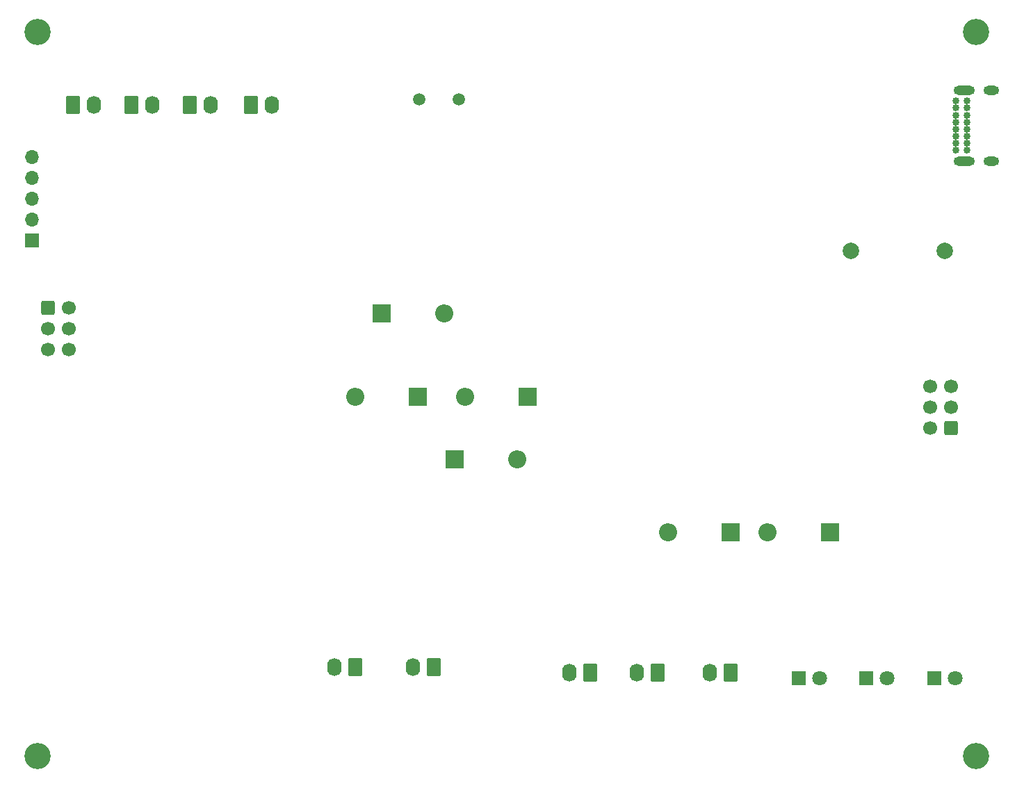
<source format=gbr>
%TF.GenerationSoftware,KiCad,Pcbnew,8.0.1*%
%TF.CreationDate,2024-04-13T21:31:32-05:00*%
%TF.ProjectId,ECE445-Wattbalance-PCB,45434534-3435-42d5-9761-747462616c61,rev?*%
%TF.SameCoordinates,Original*%
%TF.FileFunction,Soldermask,Bot*%
%TF.FilePolarity,Negative*%
%FSLAX46Y46*%
G04 Gerber Fmt 4.6, Leading zero omitted, Abs format (unit mm)*
G04 Created by KiCad (PCBNEW 8.0.1) date 2024-04-13 21:31:32*
%MOMM*%
%LPD*%
G01*
G04 APERTURE LIST*
G04 Aperture macros list*
%AMRoundRect*
0 Rectangle with rounded corners*
0 $1 Rounding radius*
0 $2 $3 $4 $5 $6 $7 $8 $9 X,Y pos of 4 corners*
0 Add a 4 corners polygon primitive as box body*
4,1,4,$2,$3,$4,$5,$6,$7,$8,$9,$2,$3,0*
0 Add four circle primitives for the rounded corners*
1,1,$1+$1,$2,$3*
1,1,$1+$1,$4,$5*
1,1,$1+$1,$6,$7*
1,1,$1+$1,$8,$9*
0 Add four rect primitives between the rounded corners*
20,1,$1+$1,$2,$3,$4,$5,0*
20,1,$1+$1,$4,$5,$6,$7,0*
20,1,$1+$1,$6,$7,$8,$9,0*
20,1,$1+$1,$8,$9,$2,$3,0*%
G04 Aperture macros list end*
%ADD10RoundRect,0.250000X-0.620000X-0.845000X0.620000X-0.845000X0.620000X0.845000X-0.620000X0.845000X0*%
%ADD11O,1.740000X2.190000*%
%ADD12RoundRect,0.250000X0.620000X0.845000X-0.620000X0.845000X-0.620000X-0.845000X0.620000X-0.845000X0*%
%ADD13C,1.700000*%
%ADD14RoundRect,0.250000X-0.600000X-0.600000X0.600000X-0.600000X0.600000X0.600000X-0.600000X0.600000X0*%
%ADD15C,0.854000*%
%ADD16O,1.904000X1.104000*%
%ADD17O,2.604000X1.104000*%
%ADD18RoundRect,0.250000X0.600000X0.600000X-0.600000X0.600000X-0.600000X-0.600000X0.600000X-0.600000X0*%
%ADD19C,3.200000*%
%ADD20R,2.200000X2.200000*%
%ADD21O,2.200000X2.200000*%
%ADD22C,1.500000*%
%ADD23R,1.800000X1.800000*%
%ADD24C,1.800000*%
%ADD25O,1.700000X1.700000*%
%ADD26R,1.700000X1.700000*%
%ADD27C,2.000000*%
G04 APERTURE END LIST*
D10*
%TO.C,J13*%
X113175000Y-62250000D03*
D11*
X115715000Y-62250000D03*
%TD*%
D10*
%TO.C,J12*%
X106045000Y-62250000D03*
D11*
X108585000Y-62250000D03*
%TD*%
D10*
%TO.C,J11*%
X98915000Y-62250000D03*
D11*
X101455000Y-62250000D03*
%TD*%
D12*
%TO.C,J6*%
X142875000Y-130790000D03*
D11*
X140335000Y-130790000D03*
%TD*%
D13*
%TO.C,J1*%
X98425000Y-92075000D03*
X95885000Y-92075000D03*
X98425000Y-89535000D03*
X95885000Y-89535000D03*
X98425000Y-86995000D03*
D14*
X95885000Y-86995000D03*
%TD*%
D15*
%TO.C,J2*%
X206460000Y-67745000D03*
X206460000Y-66895000D03*
X206460000Y-66045000D03*
X206460000Y-65195000D03*
X206460000Y-64345000D03*
X206460000Y-63495000D03*
X206460000Y-62645000D03*
X206460000Y-61795000D03*
X207810000Y-61795000D03*
X207810000Y-62645000D03*
X207810000Y-63495000D03*
X207810000Y-64345000D03*
X207810000Y-65195000D03*
X207810000Y-66045000D03*
X207810000Y-66895000D03*
X207810000Y-67745000D03*
D16*
X210820000Y-69095000D03*
X210820000Y-60445000D03*
D17*
X207440000Y-69095000D03*
X207440000Y-60445000D03*
%TD*%
D18*
%TO.C,J3*%
X205857500Y-101605000D03*
D13*
X203317500Y-101605000D03*
X205857500Y-99065000D03*
X203317500Y-99065000D03*
X205857500Y-96525000D03*
X203317500Y-96525000D03*
%TD*%
D11*
%TO.C,J7*%
X176530000Y-131425000D03*
D12*
X179070000Y-131425000D03*
%TD*%
D19*
%TO.C,H3*%
X208915000Y-141605000D03*
%TD*%
D20*
%TO.C,D11*%
X154305000Y-97790000D03*
D21*
X146685000Y-97790000D03*
%TD*%
D20*
%TO.C,D12*%
X145415000Y-105410000D03*
D21*
X153035000Y-105410000D03*
%TD*%
D22*
%TO.C,Y1*%
X145960000Y-61595000D03*
X141080000Y-61595000D03*
%TD*%
D23*
%TO.C,D3*%
X187320000Y-132080000D03*
D24*
X189860000Y-132080000D03*
%TD*%
D23*
%TO.C,D5*%
X203830000Y-132080000D03*
D24*
X206370000Y-132080000D03*
%TD*%
D20*
%TO.C,D13*%
X191135000Y-114300000D03*
D21*
X183515000Y-114300000D03*
%TD*%
D25*
%TO.C,J4*%
X93980000Y-68575000D03*
X93980000Y-71115000D03*
X93980000Y-73655000D03*
X93980000Y-76195000D03*
D26*
X93980000Y-78735000D03*
%TD*%
D11*
%TO.C,J10*%
X167640000Y-131425000D03*
D12*
X170180000Y-131425000D03*
%TD*%
D10*
%TO.C,J9*%
X120650000Y-62250000D03*
D11*
X123190000Y-62250000D03*
%TD*%
D19*
%TO.C,H2*%
X94615000Y-53340000D03*
%TD*%
D12*
%TO.C,J8*%
X161925000Y-131445000D03*
D11*
X159385000Y-131445000D03*
%TD*%
D20*
%TO.C,D10*%
X136525000Y-87630000D03*
D21*
X144145000Y-87630000D03*
%TD*%
D23*
%TO.C,D4*%
X195575000Y-132080000D03*
D24*
X198115000Y-132080000D03*
%TD*%
D20*
%TO.C,D9*%
X140970000Y-97790000D03*
D21*
X133350000Y-97790000D03*
%TD*%
D11*
%TO.C,J5*%
X130810000Y-130790000D03*
D12*
X133350000Y-130790000D03*
%TD*%
D20*
%TO.C,D14*%
X179070000Y-114300000D03*
D21*
X171450000Y-114300000D03*
%TD*%
D19*
%TO.C,H1*%
X208915000Y-53340000D03*
%TD*%
%TO.C,H4*%
X94615000Y-141605000D03*
%TD*%
D27*
%TO.C,F1*%
X205090000Y-80010000D03*
X193690000Y-80010000D03*
%TD*%
M02*

</source>
